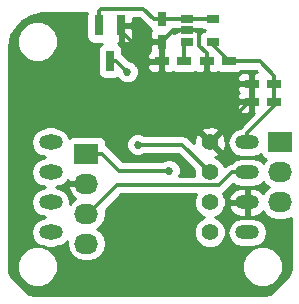
<source format=gbr>
G04 #@! TF.FileFunction,Copper,L1,Top,Signal*
%FSLAX46Y46*%
G04 Gerber Fmt 4.6, Leading zero omitted, Abs format (unit mm)*
G04 Created by KiCad (PCBNEW 4.0.2+dfsg1-stable) date Sat 29 Oct 2016 09:34:00 PM EDT*
%MOMM*%
G01*
G04 APERTURE LIST*
%ADD10C,0.090000*%
%ADD11R,0.750000X1.200000*%
%ADD12R,1.200000X0.750000*%
%ADD13R,0.800100X1.800860*%
%ADD14R,1.060000X0.650000*%
%ADD15O,2.000000X1.200000*%
%ADD16R,2.032000X1.727200*%
%ADD17O,2.032000X1.727200*%
%ADD18C,1.422400*%
%ADD19C,0.685800*%
%ADD20C,0.304800*%
%ADD21C,0.254000*%
G04 APERTURE END LIST*
D10*
D11*
X134366000Y-77470000D03*
X134366000Y-79370000D03*
D12*
X136266000Y-81026000D03*
X134366000Y-81026000D03*
X140076000Y-81026000D03*
X138176000Y-81026000D03*
X143886000Y-82931000D03*
X141986000Y-82931000D03*
X143891000Y-84455000D03*
X141991000Y-84455000D03*
D13*
X130937000Y-77978000D03*
X129037000Y-77978000D03*
X129987000Y-80980280D03*
D14*
X136484000Y-77470000D03*
X136484000Y-78420000D03*
X136484000Y-79370000D03*
X138684000Y-79370000D03*
X138684000Y-77470000D03*
D15*
X141605000Y-87884000D03*
X124968000Y-87884000D03*
X141605000Y-90424000D03*
X124968000Y-90424000D03*
X141605000Y-92964000D03*
X124968000Y-92964000D03*
X141605000Y-95504000D03*
X124968000Y-95504000D03*
D16*
X144399000Y-87884000D03*
D17*
X144399000Y-90424000D03*
X144399000Y-92964000D03*
D18*
X124968000Y-95504000D03*
X138430000Y-95504000D03*
X124968000Y-92964000D03*
X138430000Y-92964000D03*
X124968000Y-90424000D03*
X138430000Y-90424000D03*
X124968000Y-87884000D03*
X138430000Y-87884000D03*
D16*
X128003300Y-88849200D03*
D17*
X128003300Y-91389200D03*
X128003300Y-93929200D03*
X128003300Y-96469200D03*
D19*
X132345064Y-88088099D03*
X131445000Y-81915000D03*
X134988300Y-90284300D03*
D20*
X141991000Y-84455000D02*
X141991000Y-82936000D01*
X141991000Y-82936000D02*
X141986000Y-82931000D01*
X141991000Y-84455000D02*
X141766000Y-84455000D01*
X141766000Y-84455000D02*
X138430000Y-87791000D01*
X138430000Y-87791000D02*
X138430000Y-87884000D01*
X130937000Y-77978000D02*
X130937000Y-78478380D01*
X133686200Y-79370000D02*
X134366000Y-79370000D01*
X130937000Y-78478380D02*
X131828620Y-79370000D01*
X131828620Y-79370000D02*
X133686200Y-79370000D01*
X138176000Y-81026000D02*
X138176000Y-80346200D01*
X138176000Y-80346200D02*
X137541000Y-79711200D01*
X137541000Y-79711200D02*
X137541000Y-78642200D01*
X137541000Y-78642200D02*
X137318800Y-78420000D01*
X137318800Y-78420000D02*
X136484000Y-78420000D01*
X134366000Y-81026000D02*
X134366000Y-79370000D01*
X134366000Y-79370000D02*
X135316000Y-78420000D01*
X135316000Y-78420000D02*
X136484000Y-78420000D01*
X132829997Y-88088099D02*
X132345064Y-88088099D01*
X138430000Y-90424000D02*
X136094099Y-88088099D01*
X136094099Y-88088099D02*
X132829997Y-88088099D01*
X129987000Y-80980280D02*
X130510280Y-80980280D01*
X130510280Y-80980280D02*
X131445000Y-81915000D01*
X136484000Y-77470000D02*
X138684000Y-77470000D01*
X134366000Y-77470000D02*
X136484000Y-77470000D01*
X129228770Y-76581000D02*
X132797200Y-76581000D01*
X132797200Y-76581000D02*
X133686200Y-77470000D01*
X133686200Y-77470000D02*
X134366000Y-77470000D01*
X129037000Y-77978000D02*
X129037000Y-76772770D01*
X129037000Y-76772770D02*
X129228770Y-76581000D01*
X136266000Y-81026000D02*
X136266000Y-79588000D01*
X136266000Y-79588000D02*
X136484000Y-79370000D01*
X143891000Y-84455000D02*
X143891000Y-82936000D01*
X143891000Y-82936000D02*
X143886000Y-82931000D01*
X130759200Y-90284300D02*
X134988300Y-90284300D01*
X128003300Y-88849200D02*
X129324100Y-88849200D01*
X129324100Y-88849200D02*
X130759200Y-90284300D01*
X141605000Y-87884000D02*
X141605000Y-87122000D01*
X141605000Y-87122000D02*
X143891000Y-84836000D01*
X143891000Y-84836000D02*
X143891000Y-84455000D01*
X141605000Y-87884000D02*
X141605000Y-87503000D01*
X143886000Y-82931000D02*
X143886000Y-82251200D01*
X143886000Y-82251200D02*
X142660800Y-81026000D01*
X142660800Y-81026000D02*
X140980800Y-81026000D01*
X140980800Y-81026000D02*
X140076000Y-81026000D01*
X138684000Y-79370000D02*
X138684000Y-79634000D01*
X138684000Y-79634000D02*
X140076000Y-81026000D01*
X128003300Y-93929200D02*
X128155700Y-93929200D01*
X128155700Y-93929200D02*
X130568699Y-91516201D01*
X130568699Y-91516201D02*
X139207999Y-91516201D01*
X139207999Y-91516201D02*
X140300200Y-90424000D01*
X140300200Y-90424000D02*
X141605000Y-90424000D01*
D21*
G36*
X127989510Y-77077570D02*
X127989510Y-78878430D01*
X128033788Y-79113747D01*
X128172860Y-79329871D01*
X128385060Y-79474861D01*
X128636950Y-79525870D01*
X129275202Y-79525870D01*
X129135509Y-79615760D01*
X128990519Y-79827960D01*
X128939510Y-80079850D01*
X128939510Y-81880710D01*
X128983788Y-82116027D01*
X129122860Y-82332151D01*
X129335060Y-82477141D01*
X129586950Y-82528150D01*
X130387050Y-82528150D01*
X130622367Y-82483872D01*
X130627700Y-82480440D01*
X130890341Y-82743540D01*
X131249630Y-82892730D01*
X131638663Y-82893069D01*
X131998212Y-82744507D01*
X132273540Y-82469659D01*
X132290136Y-82429690D01*
X140751000Y-82429690D01*
X140751000Y-82645250D01*
X140909750Y-82804000D01*
X141859000Y-82804000D01*
X141859000Y-82079750D01*
X141700250Y-81921000D01*
X141259691Y-81921000D01*
X141026302Y-82017673D01*
X140847673Y-82196301D01*
X140751000Y-82429690D01*
X132290136Y-82429690D01*
X132422730Y-82110370D01*
X132423069Y-81721337D01*
X132274507Y-81361788D01*
X132224557Y-81311750D01*
X133131000Y-81311750D01*
X133131000Y-81527310D01*
X133227673Y-81760699D01*
X133406302Y-81939327D01*
X133639691Y-82036000D01*
X134080250Y-82036000D01*
X134239000Y-81877250D01*
X134239000Y-81153000D01*
X133289750Y-81153000D01*
X133131000Y-81311750D01*
X132224557Y-81311750D01*
X131999659Y-81086460D01*
X131640370Y-80937270D01*
X131580770Y-80937218D01*
X131168242Y-80524690D01*
X133131000Y-80524690D01*
X133131000Y-80740250D01*
X133289750Y-80899000D01*
X134239000Y-80899000D01*
X134239000Y-79497000D01*
X133514750Y-79497000D01*
X133356000Y-79655750D01*
X133356000Y-80096309D01*
X133375526Y-80143449D01*
X133227673Y-80291301D01*
X133131000Y-80524690D01*
X131168242Y-80524690D01*
X131067056Y-80423504D01*
X131034490Y-80401744D01*
X131034490Y-80079850D01*
X130990212Y-79844533D01*
X130851140Y-79628409D01*
X130664082Y-79500598D01*
X130810000Y-79354680D01*
X130810000Y-78105000D01*
X131064000Y-78105000D01*
X131064000Y-79354680D01*
X131222750Y-79513430D01*
X131463359Y-79513430D01*
X131696748Y-79416757D01*
X131875377Y-79238129D01*
X131972050Y-79004740D01*
X131972050Y-78263750D01*
X131813300Y-78105000D01*
X131064000Y-78105000D01*
X130810000Y-78105000D01*
X130790000Y-78105000D01*
X130790000Y-77851000D01*
X130810000Y-77851000D01*
X130810000Y-77831000D01*
X131064000Y-77831000D01*
X131064000Y-77851000D01*
X131813300Y-77851000D01*
X131972050Y-77692250D01*
X131972050Y-77368400D01*
X132471048Y-77368400D01*
X133129424Y-78026776D01*
X133365052Y-78184217D01*
X133387838Y-78305317D01*
X133454329Y-78408646D01*
X133452673Y-78410302D01*
X133356000Y-78643691D01*
X133356000Y-79084250D01*
X133514750Y-79243000D01*
X134239000Y-79243000D01*
X134239000Y-79223000D01*
X134493000Y-79223000D01*
X134493000Y-79243000D01*
X134513000Y-79243000D01*
X134513000Y-79497000D01*
X134493000Y-79497000D01*
X134493000Y-80899000D01*
X134513000Y-80899000D01*
X134513000Y-81153000D01*
X134493000Y-81153000D01*
X134493000Y-81877250D01*
X134651750Y-82036000D01*
X135092309Y-82036000D01*
X135325698Y-81939327D01*
X135327068Y-81937957D01*
X135414110Y-81997431D01*
X135666000Y-82048440D01*
X136866000Y-82048440D01*
X137101317Y-82004162D01*
X137210731Y-81933756D01*
X137216302Y-81939327D01*
X137449691Y-82036000D01*
X137890250Y-82036000D01*
X138049000Y-81877250D01*
X138049000Y-81153000D01*
X138029000Y-81153000D01*
X138029000Y-80899000D01*
X138049000Y-80899000D01*
X138049000Y-80879000D01*
X138303000Y-80879000D01*
X138303000Y-80899000D01*
X138323000Y-80899000D01*
X138323000Y-81153000D01*
X138303000Y-81153000D01*
X138303000Y-81877250D01*
X138461750Y-82036000D01*
X138902309Y-82036000D01*
X139135698Y-81939327D01*
X139137068Y-81937957D01*
X139224110Y-81997431D01*
X139476000Y-82048440D01*
X140676000Y-82048440D01*
X140911317Y-82004162D01*
X141127441Y-81865090D01*
X141162759Y-81813400D01*
X142334648Y-81813400D01*
X142442248Y-81921000D01*
X142271750Y-81921000D01*
X142113000Y-82079750D01*
X142113000Y-82804000D01*
X142133000Y-82804000D01*
X142133000Y-83058000D01*
X142113000Y-83058000D01*
X142113000Y-83782250D01*
X142118000Y-83787250D01*
X142118000Y-84328000D01*
X142138000Y-84328000D01*
X142138000Y-84582000D01*
X142118000Y-84582000D01*
X142118000Y-85306250D01*
X142212599Y-85400849D01*
X141048224Y-86565224D01*
X140964545Y-86690458D01*
X140700354Y-86743009D01*
X140299691Y-87010723D01*
X140031977Y-87411386D01*
X139937968Y-87884000D01*
X140031977Y-88356614D01*
X140299691Y-88757277D01*
X140700354Y-89024991D01*
X141172968Y-89119000D01*
X142037032Y-89119000D01*
X142509646Y-89024991D01*
X142756694Y-88859919D01*
X142779838Y-88982917D01*
X142918910Y-89199041D01*
X143131110Y-89344031D01*
X143172439Y-89352400D01*
X143154585Y-89364330D01*
X142970175Y-89640319D01*
X142910309Y-89550723D01*
X142509646Y-89283009D01*
X142037032Y-89189000D01*
X141172968Y-89189000D01*
X140700354Y-89283009D01*
X140299691Y-89550723D01*
X140233437Y-89649880D01*
X139998875Y-89696537D01*
X139743424Y-89867224D01*
X139681941Y-89928707D01*
X139571919Y-89662435D01*
X139193557Y-89283412D01*
X138897963Y-89160671D01*
X139130573Y-89064321D01*
X139193790Y-88827395D01*
X138430000Y-88063605D01*
X138415858Y-88077748D01*
X138236253Y-87898143D01*
X138250395Y-87884000D01*
X138609605Y-87884000D01*
X139373395Y-88647790D01*
X139610321Y-88584573D01*
X139788572Y-88079555D01*
X139759993Y-87544767D01*
X139610321Y-87183427D01*
X139373395Y-87120210D01*
X138609605Y-87884000D01*
X138250395Y-87884000D01*
X137486605Y-87120210D01*
X137249679Y-87183427D01*
X137071428Y-87688445D01*
X137086301Y-87966749D01*
X136650875Y-87531323D01*
X136395424Y-87360636D01*
X136094099Y-87300699D01*
X132940791Y-87300699D01*
X132899723Y-87259559D01*
X132540434Y-87110369D01*
X132151401Y-87110030D01*
X131791852Y-87258592D01*
X131516524Y-87533440D01*
X131367334Y-87892729D01*
X131366995Y-88281762D01*
X131515557Y-88641311D01*
X131790405Y-88916639D01*
X132149694Y-89065829D01*
X132538727Y-89066168D01*
X132898276Y-88917606D01*
X132940457Y-88875499D01*
X135767947Y-88875499D01*
X137084002Y-90191554D01*
X137083566Y-90690601D01*
X137099350Y-90728801D01*
X135862582Y-90728801D01*
X135966030Y-90479670D01*
X135966369Y-90090637D01*
X135817807Y-89731088D01*
X135542959Y-89455760D01*
X135183670Y-89306570D01*
X134794637Y-89306231D01*
X134435088Y-89454793D01*
X134392907Y-89496900D01*
X131085352Y-89496900D01*
X129880876Y-88292424D01*
X129666740Y-88149343D01*
X129666740Y-87985600D01*
X129622462Y-87750283D01*
X129483390Y-87534159D01*
X129271190Y-87389169D01*
X129019300Y-87338160D01*
X126987300Y-87338160D01*
X126751983Y-87382438D01*
X126559856Y-87506068D01*
X126541023Y-87411386D01*
X126273309Y-87010723D01*
X126168370Y-86940605D01*
X137666210Y-86940605D01*
X138430000Y-87704395D01*
X139193790Y-86940605D01*
X139130573Y-86703679D01*
X138625555Y-86525428D01*
X138090767Y-86554007D01*
X137729427Y-86703679D01*
X137666210Y-86940605D01*
X126168370Y-86940605D01*
X125872646Y-86743009D01*
X125599960Y-86688768D01*
X125236951Y-86538034D01*
X124701399Y-86537566D01*
X124334925Y-86688990D01*
X124063354Y-86743009D01*
X123662691Y-87010723D01*
X123394977Y-87411386D01*
X123300968Y-87884000D01*
X123394977Y-88356614D01*
X123662691Y-88757277D01*
X124063354Y-89024991D01*
X124336040Y-89079232D01*
X124516258Y-89154065D01*
X124334925Y-89228990D01*
X124063354Y-89283009D01*
X123662691Y-89550723D01*
X123394977Y-89951386D01*
X123300968Y-90424000D01*
X123394977Y-90896614D01*
X123662691Y-91297277D01*
X124063354Y-91564991D01*
X124336040Y-91619232D01*
X124516258Y-91694065D01*
X124334925Y-91768990D01*
X124063354Y-91823009D01*
X123662691Y-92090723D01*
X123394977Y-92491386D01*
X123300968Y-92964000D01*
X123394977Y-93436614D01*
X123662691Y-93837277D01*
X124063354Y-94104991D01*
X124336040Y-94159232D01*
X124516258Y-94234065D01*
X124334925Y-94308990D01*
X124063354Y-94363009D01*
X123662691Y-94630723D01*
X123394977Y-95031386D01*
X123300968Y-95504000D01*
X123394977Y-95976614D01*
X123662691Y-96377277D01*
X124063354Y-96644991D01*
X124336040Y-96699232D01*
X124699049Y-96849966D01*
X125234601Y-96850434D01*
X125601075Y-96699010D01*
X125872646Y-96644991D01*
X126273309Y-96377277D01*
X126365762Y-96238910D01*
X126319955Y-96469200D01*
X126434029Y-97042689D01*
X126758885Y-97528870D01*
X127245066Y-97853726D01*
X127818555Y-97967800D01*
X128188045Y-97967800D01*
X128761534Y-97853726D01*
X129247715Y-97528870D01*
X129572571Y-97042689D01*
X129686645Y-96469200D01*
X129572571Y-95895711D01*
X129247715Y-95409530D01*
X128932934Y-95199200D01*
X129247715Y-94988870D01*
X129572571Y-94502689D01*
X129686645Y-93929200D01*
X129617395Y-93581057D01*
X130894851Y-92303601D01*
X137246577Y-92303601D01*
X137084034Y-92695049D01*
X137083566Y-93230601D01*
X137288081Y-93725565D01*
X137666443Y-94104588D01*
X137978258Y-94234065D01*
X137668435Y-94362081D01*
X137289412Y-94740443D01*
X137084034Y-95235049D01*
X137083566Y-95770601D01*
X137288081Y-96265565D01*
X137666443Y-96644588D01*
X138161049Y-96849966D01*
X138696601Y-96850434D01*
X139191565Y-96645919D01*
X139570588Y-96267557D01*
X139775966Y-95772951D01*
X139776201Y-95504000D01*
X139937968Y-95504000D01*
X140031977Y-95976614D01*
X140299691Y-96377277D01*
X140700354Y-96644991D01*
X141172968Y-96739000D01*
X142037032Y-96739000D01*
X142509646Y-96644991D01*
X142910309Y-96377277D01*
X143178023Y-95976614D01*
X143272032Y-95504000D01*
X143178023Y-95031386D01*
X142910309Y-94630723D01*
X142509646Y-94363009D01*
X142037032Y-94269000D01*
X141172968Y-94269000D01*
X140700354Y-94363009D01*
X140299691Y-94630723D01*
X140031977Y-95031386D01*
X139937968Y-95504000D01*
X139776201Y-95504000D01*
X139776434Y-95237399D01*
X139571919Y-94742435D01*
X139193557Y-94363412D01*
X138881742Y-94233935D01*
X139191565Y-94105919D01*
X139570588Y-93727557D01*
X139755761Y-93281609D01*
X140011538Y-93281609D01*
X140015408Y-93319281D01*
X140241920Y-93747474D01*
X140615053Y-94056390D01*
X141078000Y-94199000D01*
X141478000Y-94199000D01*
X141478000Y-93091000D01*
X140136269Y-93091000D01*
X140011538Y-93281609D01*
X139755761Y-93281609D01*
X139775966Y-93232951D01*
X139776434Y-92697399D01*
X139755358Y-92646391D01*
X140011538Y-92646391D01*
X140136269Y-92837000D01*
X141478000Y-92837000D01*
X141478000Y-91729000D01*
X141078000Y-91729000D01*
X140615053Y-91871610D01*
X140241920Y-92180526D01*
X140015408Y-92608719D01*
X140011538Y-92646391D01*
X139755358Y-92646391D01*
X139571919Y-92202435D01*
X139571562Y-92202078D01*
X139764775Y-92072977D01*
X140444031Y-91393721D01*
X140700354Y-91564991D01*
X141172968Y-91659000D01*
X142037032Y-91659000D01*
X142509646Y-91564991D01*
X142910309Y-91297277D01*
X142970175Y-91207681D01*
X143154585Y-91483670D01*
X143469366Y-91694000D01*
X143154585Y-91904330D01*
X142968945Y-92182160D01*
X142968080Y-92180526D01*
X142594947Y-91871610D01*
X142132000Y-91729000D01*
X141732000Y-91729000D01*
X141732000Y-92837000D01*
X141752000Y-92837000D01*
X141752000Y-93091000D01*
X141732000Y-93091000D01*
X141732000Y-94199000D01*
X142132000Y-94199000D01*
X142594947Y-94056390D01*
X142968080Y-93747474D01*
X142968945Y-93745840D01*
X143154585Y-94023670D01*
X143640766Y-94348526D01*
X144214255Y-94462600D01*
X144583745Y-94462600D01*
X145157234Y-94348526D01*
X145288000Y-94261151D01*
X145288000Y-98616491D01*
X145190938Y-99104456D01*
X143554456Y-100740938D01*
X143066491Y-100838000D01*
X123633509Y-100838000D01*
X123145544Y-100740938D01*
X121509062Y-99104456D01*
X121442257Y-98768599D01*
X122089699Y-98768599D01*
X122353281Y-99406515D01*
X122840918Y-99895004D01*
X123478373Y-100159699D01*
X124168599Y-100160301D01*
X124806515Y-99896719D01*
X125295004Y-99409082D01*
X125559699Y-98771627D01*
X125559701Y-98768599D01*
X141139699Y-98768599D01*
X141403281Y-99406515D01*
X141890918Y-99895004D01*
X142528373Y-100159699D01*
X143218599Y-100160301D01*
X143856515Y-99896719D01*
X144345004Y-99409082D01*
X144609699Y-98771627D01*
X144610301Y-98081401D01*
X144346719Y-97443485D01*
X143859082Y-96954996D01*
X143221627Y-96690301D01*
X142531401Y-96689699D01*
X141893485Y-96953281D01*
X141404996Y-97440918D01*
X141140301Y-98078373D01*
X141139699Y-98768599D01*
X125559701Y-98768599D01*
X125560301Y-98081401D01*
X125296719Y-97443485D01*
X124809082Y-96954996D01*
X124171627Y-96690301D01*
X123481401Y-96689699D01*
X122843485Y-96953281D01*
X122354996Y-97440918D01*
X122090301Y-98078373D01*
X122089699Y-98768599D01*
X121442257Y-98768599D01*
X121412000Y-98616491D01*
X121412000Y-84740750D01*
X140756000Y-84740750D01*
X140756000Y-84956310D01*
X140852673Y-85189699D01*
X141031302Y-85368327D01*
X141264691Y-85465000D01*
X141705250Y-85465000D01*
X141864000Y-85306250D01*
X141864000Y-84582000D01*
X140914750Y-84582000D01*
X140756000Y-84740750D01*
X121412000Y-84740750D01*
X121412000Y-83216750D01*
X140751000Y-83216750D01*
X140751000Y-83432310D01*
X140847673Y-83665699D01*
X140877474Y-83695500D01*
X140852673Y-83720301D01*
X140756000Y-83953690D01*
X140756000Y-84169250D01*
X140914750Y-84328000D01*
X141864000Y-84328000D01*
X141864000Y-83603750D01*
X141859000Y-83598750D01*
X141859000Y-83058000D01*
X140909750Y-83058000D01*
X140751000Y-83216750D01*
X121412000Y-83216750D01*
X121412000Y-79818509D01*
X121431873Y-79718599D01*
X122089699Y-79718599D01*
X122353281Y-80356515D01*
X122840918Y-80845004D01*
X123478373Y-81109699D01*
X124168599Y-81110301D01*
X124806515Y-80846719D01*
X125295004Y-80359082D01*
X125559699Y-79721627D01*
X125560301Y-79031401D01*
X125296719Y-78393485D01*
X124809082Y-77904996D01*
X124171627Y-77640301D01*
X123481401Y-77639699D01*
X122843485Y-77903281D01*
X122354996Y-78390918D01*
X122090301Y-79028373D01*
X122089699Y-79718599D01*
X121431873Y-79718599D01*
X121608824Y-78829005D01*
X122078456Y-78126150D01*
X122576149Y-77628457D01*
X123279005Y-77158825D01*
X124268510Y-76962000D01*
X128012914Y-76962000D01*
X127989510Y-77077570D01*
X127989510Y-77077570D01*
G37*
X127989510Y-77077570D02*
X127989510Y-78878430D01*
X128033788Y-79113747D01*
X128172860Y-79329871D01*
X128385060Y-79474861D01*
X128636950Y-79525870D01*
X129275202Y-79525870D01*
X129135509Y-79615760D01*
X128990519Y-79827960D01*
X128939510Y-80079850D01*
X128939510Y-81880710D01*
X128983788Y-82116027D01*
X129122860Y-82332151D01*
X129335060Y-82477141D01*
X129586950Y-82528150D01*
X130387050Y-82528150D01*
X130622367Y-82483872D01*
X130627700Y-82480440D01*
X130890341Y-82743540D01*
X131249630Y-82892730D01*
X131638663Y-82893069D01*
X131998212Y-82744507D01*
X132273540Y-82469659D01*
X132290136Y-82429690D01*
X140751000Y-82429690D01*
X140751000Y-82645250D01*
X140909750Y-82804000D01*
X141859000Y-82804000D01*
X141859000Y-82079750D01*
X141700250Y-81921000D01*
X141259691Y-81921000D01*
X141026302Y-82017673D01*
X140847673Y-82196301D01*
X140751000Y-82429690D01*
X132290136Y-82429690D01*
X132422730Y-82110370D01*
X132423069Y-81721337D01*
X132274507Y-81361788D01*
X132224557Y-81311750D01*
X133131000Y-81311750D01*
X133131000Y-81527310D01*
X133227673Y-81760699D01*
X133406302Y-81939327D01*
X133639691Y-82036000D01*
X134080250Y-82036000D01*
X134239000Y-81877250D01*
X134239000Y-81153000D01*
X133289750Y-81153000D01*
X133131000Y-81311750D01*
X132224557Y-81311750D01*
X131999659Y-81086460D01*
X131640370Y-80937270D01*
X131580770Y-80937218D01*
X131168242Y-80524690D01*
X133131000Y-80524690D01*
X133131000Y-80740250D01*
X133289750Y-80899000D01*
X134239000Y-80899000D01*
X134239000Y-79497000D01*
X133514750Y-79497000D01*
X133356000Y-79655750D01*
X133356000Y-80096309D01*
X133375526Y-80143449D01*
X133227673Y-80291301D01*
X133131000Y-80524690D01*
X131168242Y-80524690D01*
X131067056Y-80423504D01*
X131034490Y-80401744D01*
X131034490Y-80079850D01*
X130990212Y-79844533D01*
X130851140Y-79628409D01*
X130664082Y-79500598D01*
X130810000Y-79354680D01*
X130810000Y-78105000D01*
X131064000Y-78105000D01*
X131064000Y-79354680D01*
X131222750Y-79513430D01*
X131463359Y-79513430D01*
X131696748Y-79416757D01*
X131875377Y-79238129D01*
X131972050Y-79004740D01*
X131972050Y-78263750D01*
X131813300Y-78105000D01*
X131064000Y-78105000D01*
X130810000Y-78105000D01*
X130790000Y-78105000D01*
X130790000Y-77851000D01*
X130810000Y-77851000D01*
X130810000Y-77831000D01*
X131064000Y-77831000D01*
X131064000Y-77851000D01*
X131813300Y-77851000D01*
X131972050Y-77692250D01*
X131972050Y-77368400D01*
X132471048Y-77368400D01*
X133129424Y-78026776D01*
X133365052Y-78184217D01*
X133387838Y-78305317D01*
X133454329Y-78408646D01*
X133452673Y-78410302D01*
X133356000Y-78643691D01*
X133356000Y-79084250D01*
X133514750Y-79243000D01*
X134239000Y-79243000D01*
X134239000Y-79223000D01*
X134493000Y-79223000D01*
X134493000Y-79243000D01*
X134513000Y-79243000D01*
X134513000Y-79497000D01*
X134493000Y-79497000D01*
X134493000Y-80899000D01*
X134513000Y-80899000D01*
X134513000Y-81153000D01*
X134493000Y-81153000D01*
X134493000Y-81877250D01*
X134651750Y-82036000D01*
X135092309Y-82036000D01*
X135325698Y-81939327D01*
X135327068Y-81937957D01*
X135414110Y-81997431D01*
X135666000Y-82048440D01*
X136866000Y-82048440D01*
X137101317Y-82004162D01*
X137210731Y-81933756D01*
X137216302Y-81939327D01*
X137449691Y-82036000D01*
X137890250Y-82036000D01*
X138049000Y-81877250D01*
X138049000Y-81153000D01*
X138029000Y-81153000D01*
X138029000Y-80899000D01*
X138049000Y-80899000D01*
X138049000Y-80879000D01*
X138303000Y-80879000D01*
X138303000Y-80899000D01*
X138323000Y-80899000D01*
X138323000Y-81153000D01*
X138303000Y-81153000D01*
X138303000Y-81877250D01*
X138461750Y-82036000D01*
X138902309Y-82036000D01*
X139135698Y-81939327D01*
X139137068Y-81937957D01*
X139224110Y-81997431D01*
X139476000Y-82048440D01*
X140676000Y-82048440D01*
X140911317Y-82004162D01*
X141127441Y-81865090D01*
X141162759Y-81813400D01*
X142334648Y-81813400D01*
X142442248Y-81921000D01*
X142271750Y-81921000D01*
X142113000Y-82079750D01*
X142113000Y-82804000D01*
X142133000Y-82804000D01*
X142133000Y-83058000D01*
X142113000Y-83058000D01*
X142113000Y-83782250D01*
X142118000Y-83787250D01*
X142118000Y-84328000D01*
X142138000Y-84328000D01*
X142138000Y-84582000D01*
X142118000Y-84582000D01*
X142118000Y-85306250D01*
X142212599Y-85400849D01*
X141048224Y-86565224D01*
X140964545Y-86690458D01*
X140700354Y-86743009D01*
X140299691Y-87010723D01*
X140031977Y-87411386D01*
X139937968Y-87884000D01*
X140031977Y-88356614D01*
X140299691Y-88757277D01*
X140700354Y-89024991D01*
X141172968Y-89119000D01*
X142037032Y-89119000D01*
X142509646Y-89024991D01*
X142756694Y-88859919D01*
X142779838Y-88982917D01*
X142918910Y-89199041D01*
X143131110Y-89344031D01*
X143172439Y-89352400D01*
X143154585Y-89364330D01*
X142970175Y-89640319D01*
X142910309Y-89550723D01*
X142509646Y-89283009D01*
X142037032Y-89189000D01*
X141172968Y-89189000D01*
X140700354Y-89283009D01*
X140299691Y-89550723D01*
X140233437Y-89649880D01*
X139998875Y-89696537D01*
X139743424Y-89867224D01*
X139681941Y-89928707D01*
X139571919Y-89662435D01*
X139193557Y-89283412D01*
X138897963Y-89160671D01*
X139130573Y-89064321D01*
X139193790Y-88827395D01*
X138430000Y-88063605D01*
X138415858Y-88077748D01*
X138236253Y-87898143D01*
X138250395Y-87884000D01*
X138609605Y-87884000D01*
X139373395Y-88647790D01*
X139610321Y-88584573D01*
X139788572Y-88079555D01*
X139759993Y-87544767D01*
X139610321Y-87183427D01*
X139373395Y-87120210D01*
X138609605Y-87884000D01*
X138250395Y-87884000D01*
X137486605Y-87120210D01*
X137249679Y-87183427D01*
X137071428Y-87688445D01*
X137086301Y-87966749D01*
X136650875Y-87531323D01*
X136395424Y-87360636D01*
X136094099Y-87300699D01*
X132940791Y-87300699D01*
X132899723Y-87259559D01*
X132540434Y-87110369D01*
X132151401Y-87110030D01*
X131791852Y-87258592D01*
X131516524Y-87533440D01*
X131367334Y-87892729D01*
X131366995Y-88281762D01*
X131515557Y-88641311D01*
X131790405Y-88916639D01*
X132149694Y-89065829D01*
X132538727Y-89066168D01*
X132898276Y-88917606D01*
X132940457Y-88875499D01*
X135767947Y-88875499D01*
X137084002Y-90191554D01*
X137083566Y-90690601D01*
X137099350Y-90728801D01*
X135862582Y-90728801D01*
X135966030Y-90479670D01*
X135966369Y-90090637D01*
X135817807Y-89731088D01*
X135542959Y-89455760D01*
X135183670Y-89306570D01*
X134794637Y-89306231D01*
X134435088Y-89454793D01*
X134392907Y-89496900D01*
X131085352Y-89496900D01*
X129880876Y-88292424D01*
X129666740Y-88149343D01*
X129666740Y-87985600D01*
X129622462Y-87750283D01*
X129483390Y-87534159D01*
X129271190Y-87389169D01*
X129019300Y-87338160D01*
X126987300Y-87338160D01*
X126751983Y-87382438D01*
X126559856Y-87506068D01*
X126541023Y-87411386D01*
X126273309Y-87010723D01*
X126168370Y-86940605D01*
X137666210Y-86940605D01*
X138430000Y-87704395D01*
X139193790Y-86940605D01*
X139130573Y-86703679D01*
X138625555Y-86525428D01*
X138090767Y-86554007D01*
X137729427Y-86703679D01*
X137666210Y-86940605D01*
X126168370Y-86940605D01*
X125872646Y-86743009D01*
X125599960Y-86688768D01*
X125236951Y-86538034D01*
X124701399Y-86537566D01*
X124334925Y-86688990D01*
X124063354Y-86743009D01*
X123662691Y-87010723D01*
X123394977Y-87411386D01*
X123300968Y-87884000D01*
X123394977Y-88356614D01*
X123662691Y-88757277D01*
X124063354Y-89024991D01*
X124336040Y-89079232D01*
X124516258Y-89154065D01*
X124334925Y-89228990D01*
X124063354Y-89283009D01*
X123662691Y-89550723D01*
X123394977Y-89951386D01*
X123300968Y-90424000D01*
X123394977Y-90896614D01*
X123662691Y-91297277D01*
X124063354Y-91564991D01*
X124336040Y-91619232D01*
X124516258Y-91694065D01*
X124334925Y-91768990D01*
X124063354Y-91823009D01*
X123662691Y-92090723D01*
X123394977Y-92491386D01*
X123300968Y-92964000D01*
X123394977Y-93436614D01*
X123662691Y-93837277D01*
X124063354Y-94104991D01*
X124336040Y-94159232D01*
X124516258Y-94234065D01*
X124334925Y-94308990D01*
X124063354Y-94363009D01*
X123662691Y-94630723D01*
X123394977Y-95031386D01*
X123300968Y-95504000D01*
X123394977Y-95976614D01*
X123662691Y-96377277D01*
X124063354Y-96644991D01*
X124336040Y-96699232D01*
X124699049Y-96849966D01*
X125234601Y-96850434D01*
X125601075Y-96699010D01*
X125872646Y-96644991D01*
X126273309Y-96377277D01*
X126365762Y-96238910D01*
X126319955Y-96469200D01*
X126434029Y-97042689D01*
X126758885Y-97528870D01*
X127245066Y-97853726D01*
X127818555Y-97967800D01*
X128188045Y-97967800D01*
X128761534Y-97853726D01*
X129247715Y-97528870D01*
X129572571Y-97042689D01*
X129686645Y-96469200D01*
X129572571Y-95895711D01*
X129247715Y-95409530D01*
X128932934Y-95199200D01*
X129247715Y-94988870D01*
X129572571Y-94502689D01*
X129686645Y-93929200D01*
X129617395Y-93581057D01*
X130894851Y-92303601D01*
X137246577Y-92303601D01*
X137084034Y-92695049D01*
X137083566Y-93230601D01*
X137288081Y-93725565D01*
X137666443Y-94104588D01*
X137978258Y-94234065D01*
X137668435Y-94362081D01*
X137289412Y-94740443D01*
X137084034Y-95235049D01*
X137083566Y-95770601D01*
X137288081Y-96265565D01*
X137666443Y-96644588D01*
X138161049Y-96849966D01*
X138696601Y-96850434D01*
X139191565Y-96645919D01*
X139570588Y-96267557D01*
X139775966Y-95772951D01*
X139776201Y-95504000D01*
X139937968Y-95504000D01*
X140031977Y-95976614D01*
X140299691Y-96377277D01*
X140700354Y-96644991D01*
X141172968Y-96739000D01*
X142037032Y-96739000D01*
X142509646Y-96644991D01*
X142910309Y-96377277D01*
X143178023Y-95976614D01*
X143272032Y-95504000D01*
X143178023Y-95031386D01*
X142910309Y-94630723D01*
X142509646Y-94363009D01*
X142037032Y-94269000D01*
X141172968Y-94269000D01*
X140700354Y-94363009D01*
X140299691Y-94630723D01*
X140031977Y-95031386D01*
X139937968Y-95504000D01*
X139776201Y-95504000D01*
X139776434Y-95237399D01*
X139571919Y-94742435D01*
X139193557Y-94363412D01*
X138881742Y-94233935D01*
X139191565Y-94105919D01*
X139570588Y-93727557D01*
X139755761Y-93281609D01*
X140011538Y-93281609D01*
X140015408Y-93319281D01*
X140241920Y-93747474D01*
X140615053Y-94056390D01*
X141078000Y-94199000D01*
X141478000Y-94199000D01*
X141478000Y-93091000D01*
X140136269Y-93091000D01*
X140011538Y-93281609D01*
X139755761Y-93281609D01*
X139775966Y-93232951D01*
X139776434Y-92697399D01*
X139755358Y-92646391D01*
X140011538Y-92646391D01*
X140136269Y-92837000D01*
X141478000Y-92837000D01*
X141478000Y-91729000D01*
X141078000Y-91729000D01*
X140615053Y-91871610D01*
X140241920Y-92180526D01*
X140015408Y-92608719D01*
X140011538Y-92646391D01*
X139755358Y-92646391D01*
X139571919Y-92202435D01*
X139571562Y-92202078D01*
X139764775Y-92072977D01*
X140444031Y-91393721D01*
X140700354Y-91564991D01*
X141172968Y-91659000D01*
X142037032Y-91659000D01*
X142509646Y-91564991D01*
X142910309Y-91297277D01*
X142970175Y-91207681D01*
X143154585Y-91483670D01*
X143469366Y-91694000D01*
X143154585Y-91904330D01*
X142968945Y-92182160D01*
X142968080Y-92180526D01*
X142594947Y-91871610D01*
X142132000Y-91729000D01*
X141732000Y-91729000D01*
X141732000Y-92837000D01*
X141752000Y-92837000D01*
X141752000Y-93091000D01*
X141732000Y-93091000D01*
X141732000Y-94199000D01*
X142132000Y-94199000D01*
X142594947Y-94056390D01*
X142968080Y-93747474D01*
X142968945Y-93745840D01*
X143154585Y-94023670D01*
X143640766Y-94348526D01*
X144214255Y-94462600D01*
X144583745Y-94462600D01*
X145157234Y-94348526D01*
X145288000Y-94261151D01*
X145288000Y-98616491D01*
X145190938Y-99104456D01*
X143554456Y-100740938D01*
X143066491Y-100838000D01*
X123633509Y-100838000D01*
X123145544Y-100740938D01*
X121509062Y-99104456D01*
X121442257Y-98768599D01*
X122089699Y-98768599D01*
X122353281Y-99406515D01*
X122840918Y-99895004D01*
X123478373Y-100159699D01*
X124168599Y-100160301D01*
X124806515Y-99896719D01*
X125295004Y-99409082D01*
X125559699Y-98771627D01*
X125559701Y-98768599D01*
X141139699Y-98768599D01*
X141403281Y-99406515D01*
X141890918Y-99895004D01*
X142528373Y-100159699D01*
X143218599Y-100160301D01*
X143856515Y-99896719D01*
X144345004Y-99409082D01*
X144609699Y-98771627D01*
X144610301Y-98081401D01*
X144346719Y-97443485D01*
X143859082Y-96954996D01*
X143221627Y-96690301D01*
X142531401Y-96689699D01*
X141893485Y-96953281D01*
X141404996Y-97440918D01*
X141140301Y-98078373D01*
X141139699Y-98768599D01*
X125559701Y-98768599D01*
X125560301Y-98081401D01*
X125296719Y-97443485D01*
X124809082Y-96954996D01*
X124171627Y-96690301D01*
X123481401Y-96689699D01*
X122843485Y-96953281D01*
X122354996Y-97440918D01*
X122090301Y-98078373D01*
X122089699Y-98768599D01*
X121442257Y-98768599D01*
X121412000Y-98616491D01*
X121412000Y-84740750D01*
X140756000Y-84740750D01*
X140756000Y-84956310D01*
X140852673Y-85189699D01*
X141031302Y-85368327D01*
X141264691Y-85465000D01*
X141705250Y-85465000D01*
X141864000Y-85306250D01*
X141864000Y-84582000D01*
X140914750Y-84582000D01*
X140756000Y-84740750D01*
X121412000Y-84740750D01*
X121412000Y-83216750D01*
X140751000Y-83216750D01*
X140751000Y-83432310D01*
X140847673Y-83665699D01*
X140877474Y-83695500D01*
X140852673Y-83720301D01*
X140756000Y-83953690D01*
X140756000Y-84169250D01*
X140914750Y-84328000D01*
X141864000Y-84328000D01*
X141864000Y-83603750D01*
X141859000Y-83598750D01*
X141859000Y-83058000D01*
X140909750Y-83058000D01*
X140751000Y-83216750D01*
X121412000Y-83216750D01*
X121412000Y-79818509D01*
X121431873Y-79718599D01*
X122089699Y-79718599D01*
X122353281Y-80356515D01*
X122840918Y-80845004D01*
X123478373Y-81109699D01*
X124168599Y-81110301D01*
X124806515Y-80846719D01*
X125295004Y-80359082D01*
X125559699Y-79721627D01*
X125560301Y-79031401D01*
X125296719Y-78393485D01*
X124809082Y-77904996D01*
X124171627Y-77640301D01*
X123481401Y-77639699D01*
X122843485Y-77903281D01*
X122354996Y-78390918D01*
X122090301Y-79028373D01*
X122089699Y-79718599D01*
X121431873Y-79718599D01*
X121608824Y-78829005D01*
X122078456Y-78126150D01*
X122576149Y-77628457D01*
X123279005Y-77158825D01*
X124268510Y-76962000D01*
X128012914Y-76962000D01*
X127989510Y-77077570D01*
G36*
X126517083Y-91262200D02*
X127876300Y-91262200D01*
X127876300Y-91242200D01*
X128130300Y-91242200D01*
X128130300Y-91262200D01*
X128150300Y-91262200D01*
X128150300Y-91516200D01*
X128130300Y-91516200D01*
X128130300Y-91536200D01*
X127876300Y-91536200D01*
X127876300Y-91516200D01*
X126517083Y-91516200D01*
X126395942Y-91748226D01*
X126398591Y-91763991D01*
X126652568Y-92291236D01*
X127068369Y-92662739D01*
X126758885Y-92869530D01*
X126609290Y-93093415D01*
X126635032Y-92964000D01*
X126541023Y-92491386D01*
X126273309Y-92090723D01*
X125872646Y-91823009D01*
X125599960Y-91768768D01*
X125419742Y-91693935D01*
X125601075Y-91619010D01*
X125872646Y-91564991D01*
X126273309Y-91297277D01*
X126420435Y-91077087D01*
X126517083Y-91262200D01*
X126517083Y-91262200D01*
G37*
X126517083Y-91262200D02*
X127876300Y-91262200D01*
X127876300Y-91242200D01*
X128130300Y-91242200D01*
X128130300Y-91262200D01*
X128150300Y-91262200D01*
X128150300Y-91516200D01*
X128130300Y-91516200D01*
X128130300Y-91536200D01*
X127876300Y-91536200D01*
X127876300Y-91516200D01*
X126517083Y-91516200D01*
X126395942Y-91748226D01*
X126398591Y-91763991D01*
X126652568Y-92291236D01*
X127068369Y-92662739D01*
X126758885Y-92869530D01*
X126609290Y-93093415D01*
X126635032Y-92964000D01*
X126541023Y-92491386D01*
X126273309Y-92090723D01*
X125872646Y-91823009D01*
X125599960Y-91768768D01*
X125419742Y-91693935D01*
X125601075Y-91619010D01*
X125872646Y-91564991D01*
X126273309Y-91297277D01*
X126420435Y-91077087D01*
X126517083Y-91262200D01*
G36*
X137902110Y-78391431D02*
X138039120Y-78419176D01*
X137918683Y-78441838D01*
X137702559Y-78580910D01*
X137630144Y-78686894D01*
X137490250Y-78547000D01*
X137409949Y-78547000D01*
X137265890Y-78448569D01*
X137128880Y-78420824D01*
X137249317Y-78398162D01*
X137412743Y-78293000D01*
X137490250Y-78293000D01*
X137525850Y-78257400D01*
X137705949Y-78257400D01*
X137902110Y-78391431D01*
X137902110Y-78391431D01*
G37*
X137902110Y-78391431D02*
X138039120Y-78419176D01*
X137918683Y-78441838D01*
X137702559Y-78580910D01*
X137630144Y-78686894D01*
X137490250Y-78547000D01*
X137409949Y-78547000D01*
X137265890Y-78448569D01*
X137128880Y-78420824D01*
X137249317Y-78398162D01*
X137412743Y-78293000D01*
X137490250Y-78293000D01*
X137525850Y-78257400D01*
X137705949Y-78257400D01*
X137902110Y-78391431D01*
G36*
X135477750Y-78293000D02*
X135558051Y-78293000D01*
X135702110Y-78391431D01*
X135839120Y-78419176D01*
X135718683Y-78441838D01*
X135555257Y-78547000D01*
X135477750Y-78547000D01*
X135376000Y-78648750D01*
X135376000Y-78643691D01*
X135279327Y-78410302D01*
X135277957Y-78408932D01*
X135337431Y-78321890D01*
X135350491Y-78257400D01*
X135442150Y-78257400D01*
X135477750Y-78293000D01*
X135477750Y-78293000D01*
G37*
X135477750Y-78293000D02*
X135558051Y-78293000D01*
X135702110Y-78391431D01*
X135839120Y-78419176D01*
X135718683Y-78441838D01*
X135555257Y-78547000D01*
X135477750Y-78547000D01*
X135376000Y-78648750D01*
X135376000Y-78643691D01*
X135279327Y-78410302D01*
X135277957Y-78408932D01*
X135337431Y-78321890D01*
X135350491Y-78257400D01*
X135442150Y-78257400D01*
X135477750Y-78293000D01*
M02*

</source>
